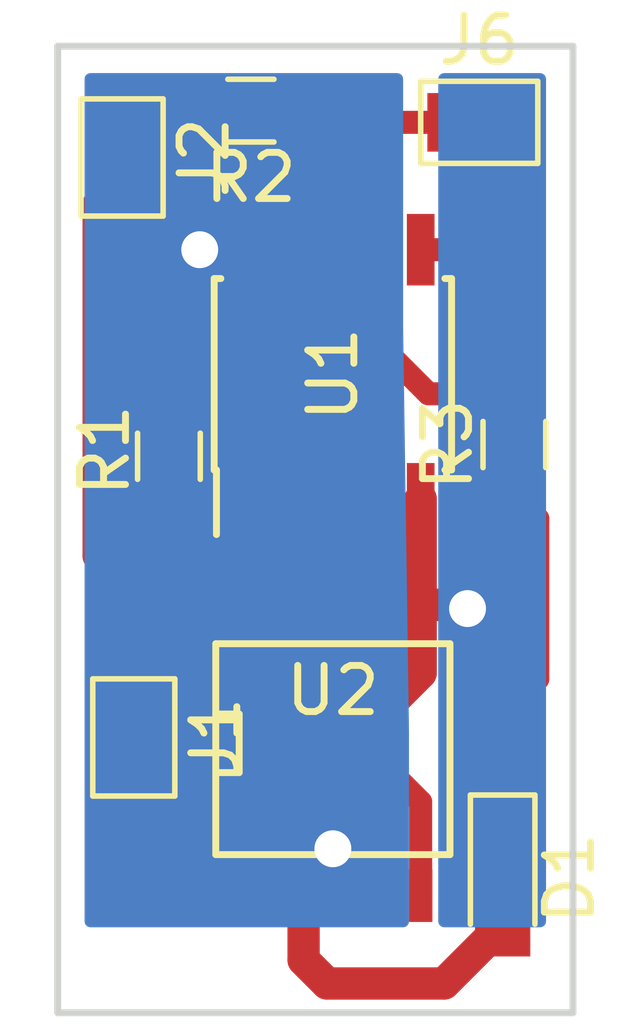
<source format=kicad_pcb>
(kicad_pcb (version 4) (host pcbnew 4.0.6)

  (general
    (links 18)
    (no_connects 0)
    (area 130.702 105.044 144.611 127.381001)
    (thickness 1.6)
    (drawings 4)
    (tracks 56)
    (zones 0)
    (modules 9)
    (nets 13)
  )

  (page A4)
  (layers
    (0 F.Cu signal)
    (31 B.Cu signal)
    (32 B.Adhes user)
    (33 F.Adhes user)
    (34 B.Paste user)
    (35 F.Paste user)
    (36 B.SilkS user)
    (37 F.SilkS user)
    (38 B.Mask user)
    (39 F.Mask user)
    (40 Dwgs.User user)
    (41 Cmts.User user)
    (42 Eco1.User user)
    (43 Eco2.User user)
    (44 Edge.Cuts user)
    (45 Margin user)
    (46 B.CrtYd user)
    (47 F.CrtYd user)
    (48 B.Fab user)
    (49 F.Fab user)
  )

  (setup
    (last_trace_width 0.5)
    (trace_clearance 0.2)
    (zone_clearance 0.508)
    (zone_45_only no)
    (trace_min 0.2)
    (segment_width 0.2)
    (edge_width 0.15)
    (via_size 1.2)
    (via_drill 0.8)
    (via_min_size 0.4)
    (via_min_drill 0.3)
    (uvia_size 0.3)
    (uvia_drill 0.1)
    (uvias_allowed no)
    (uvia_min_size 0.2)
    (uvia_min_drill 0.1)
    (pcb_text_width 0.3)
    (pcb_text_size 1.5 1.5)
    (mod_edge_width 0.15)
    (mod_text_size 1 1)
    (mod_text_width 0.15)
    (pad_size 1.524 1.524)
    (pad_drill 0.762)
    (pad_to_mask_clearance 0.2)
    (aux_axis_origin 0 0)
    (visible_elements 7FFFFFFF)
    (pcbplotparams
      (layerselection 0x01000_00000001)
      (usegerberextensions false)
      (excludeedgelayer false)
      (linewidth 0.100000)
      (plotframeref false)
      (viasonmask false)
      (mode 1)
      (useauxorigin false)
      (hpglpennumber 1)
      (hpglpenspeed 20)
      (hpglpendiameter 15)
      (hpglpenoverlay 2)
      (psnegative false)
      (psa4output false)
      (plotreference true)
      (plotvalue true)
      (plotinvisibletext false)
      (padsonsilk false)
      (subtractmaskfromsilk false)
      (outputformat 3)
      (mirror false)
      (drillshape 2)
      (scaleselection 1)
      (outputdirectory ""))
  )

  (net 0 "")
  (net 1 "Net-(J1-Pad1)")
  (net 2 "Net-(J1-Pad2)")
  (net 3 VCC)
  (net 4 IA)
  (net 5 IB)
  (net 6 GND)
  (net 7 "Net-(D1-Pad1)")
  (net 8 SCK)
  (net 9 MOSI)
  (net 10 MISO)
  (net 11 RST)
  (net 12 "Net-(J2-Pad1)")

  (net_class Default "This is the default net class."
    (clearance 0.2)
    (trace_width 0.5)
    (via_dia 1.2)
    (via_drill 0.8)
    (uvia_dia 0.3)
    (uvia_drill 0.1)
    (add_net IA)
    (add_net IB)
    (add_net MISO)
    (add_net MOSI)
    (add_net "Net-(D1-Pad1)")
    (add_net "Net-(J1-Pad1)")
    (add_net "Net-(J1-Pad2)")
    (add_net "Net-(J2-Pad1)")
    (add_net RST)
    (add_net SCK)
  )

  (net_class POWER ""
    (clearance 0.2)
    (trace_width 0.7)
    (via_dia 1.2)
    (via_drill 0.8)
    (uvia_dia 0.3)
    (uvia_drill 0.1)
    (add_net GND)
    (add_net VCC)
  )

  (module Connectors:GS2 (layer F.Cu) (tedit 586134A1) (tstamp 5900F837)
    (at 133.731 121.158)
    (descr "2-pin solder bridge")
    (tags "solder bridge")
    (path /5900FB97)
    (attr smd)
    (fp_text reference J1 (at 1.78 0 90) (layer F.SilkS)
      (effects (font (size 1 1) (thickness 0.15)))
    )
    (fp_text value SOLENOID (at -1.8 0 90) (layer F.Fab)
      (effects (font (size 1 1) (thickness 0.15)))
    )
    (fp_line (start 1.1 -1.45) (end 1.1 1.5) (layer F.CrtYd) (width 0.05))
    (fp_line (start 1.1 1.5) (end -1.1 1.5) (layer F.CrtYd) (width 0.05))
    (fp_line (start -1.1 1.5) (end -1.1 -1.45) (layer F.CrtYd) (width 0.05))
    (fp_line (start -1.1 -1.45) (end 1.1 -1.45) (layer F.CrtYd) (width 0.05))
    (fp_line (start -0.89 -1.27) (end -0.89 1.27) (layer F.SilkS) (width 0.12))
    (fp_line (start 0.89 1.27) (end 0.89 -1.27) (layer F.SilkS) (width 0.12))
    (fp_line (start 0.89 1.27) (end -0.89 1.27) (layer F.SilkS) (width 0.12))
    (fp_line (start -0.89 -1.27) (end 0.89 -1.27) (layer F.SilkS) (width 0.12))
    (pad 1 smd rect (at 0 -0.64) (size 1.27 0.97) (layers F.Cu F.Paste F.Mask)
      (net 1 "Net-(J1-Pad1)"))
    (pad 2 smd rect (at 0 0.64) (size 1.27 0.97) (layers F.Cu F.Paste F.Mask)
      (net 2 "Net-(J1-Pad2)"))
  )

  (module Resistors_SMD:R_0603_HandSoldering (layer F.Cu) (tedit 5912C569) (tstamp 5900F83D)
    (at 134.493 115.062 270)
    (descr "Resistor SMD 0603, hand soldering")
    (tags "resistor 0603")
    (path /5900F086)
    (attr smd)
    (fp_text reference R1 (at -0.127 1.397 270) (layer F.SilkS)
      (effects (font (size 1 1) (thickness 0.15)))
    )
    (fp_text value 10K (at 0 1.55 270) (layer F.Fab)
      (effects (font (size 1 1) (thickness 0.15)))
    )
    (fp_text user %R (at 0 0 270) (layer F.Fab)
      (effects (font (size 0.5 0.5) (thickness 0.075)))
    )
    (fp_line (start -0.8 0.4) (end -0.8 -0.4) (layer F.Fab) (width 0.1))
    (fp_line (start 0.8 0.4) (end -0.8 0.4) (layer F.Fab) (width 0.1))
    (fp_line (start 0.8 -0.4) (end 0.8 0.4) (layer F.Fab) (width 0.1))
    (fp_line (start -0.8 -0.4) (end 0.8 -0.4) (layer F.Fab) (width 0.1))
    (fp_line (start 0.5 0.68) (end -0.5 0.68) (layer F.SilkS) (width 0.12))
    (fp_line (start -0.5 -0.68) (end 0.5 -0.68) (layer F.SilkS) (width 0.12))
    (fp_line (start -1.96 -0.7) (end 1.95 -0.7) (layer F.CrtYd) (width 0.05))
    (fp_line (start -1.96 -0.7) (end -1.96 0.7) (layer F.CrtYd) (width 0.05))
    (fp_line (start 1.95 0.7) (end 1.95 -0.7) (layer F.CrtYd) (width 0.05))
    (fp_line (start 1.95 0.7) (end -1.96 0.7) (layer F.CrtYd) (width 0.05))
    (pad 1 smd rect (at -1.1 0 270) (size 1.2 0.9) (layers F.Cu F.Paste F.Mask)
      (net 3 VCC))
    (pad 2 smd rect (at 1.1 0 270) (size 1.2 0.9) (layers F.Cu F.Paste F.Mask)
      (net 11 RST))
    (model ${KISYS3DMOD}/Resistors_SMD.3dshapes/R_0603.wrl
      (at (xyz 0 0 0))
      (scale (xyz 1 1 1))
      (rotate (xyz 0 0 0))
    )
  )

  (module Housings_SOIC:SOIC-8_3.9x4.9mm_Pitch1.27mm (layer F.Cu) (tedit 5912C561) (tstamp 5900F849)
    (at 138.049 113.284 90)
    (descr "8-Lead Plastic Small Outline (SN) - Narrow, 3.90 mm Body [SOIC] (see Microchip Packaging Specification 00000049BS.pdf)")
    (tags "SOIC 1.27")
    (path /5900EEC7)
    (attr smd)
    (fp_text reference U1 (at 0 0 90) (layer F.SilkS)
      (effects (font (size 1 1) (thickness 0.15)))
    )
    (fp_text value ATTINY15-1SC (at 0 3.5 90) (layer F.Fab)
      (effects (font (size 1 1) (thickness 0.15)))
    )
    (fp_text user %R (at 0 0 90) (layer F.Fab)
      (effects (font (size 1 1) (thickness 0.15)))
    )
    (fp_line (start -0.95 -2.45) (end 1.95 -2.45) (layer F.Fab) (width 0.1))
    (fp_line (start 1.95 -2.45) (end 1.95 2.45) (layer F.Fab) (width 0.1))
    (fp_line (start 1.95 2.45) (end -1.95 2.45) (layer F.Fab) (width 0.1))
    (fp_line (start -1.95 2.45) (end -1.95 -1.45) (layer F.Fab) (width 0.1))
    (fp_line (start -1.95 -1.45) (end -0.95 -2.45) (layer F.Fab) (width 0.1))
    (fp_line (start -3.73 -2.7) (end -3.73 2.7) (layer F.CrtYd) (width 0.05))
    (fp_line (start 3.73 -2.7) (end 3.73 2.7) (layer F.CrtYd) (width 0.05))
    (fp_line (start -3.73 -2.7) (end 3.73 -2.7) (layer F.CrtYd) (width 0.05))
    (fp_line (start -3.73 2.7) (end 3.73 2.7) (layer F.CrtYd) (width 0.05))
    (fp_line (start -2.075 -2.575) (end -2.075 -2.525) (layer F.SilkS) (width 0.15))
    (fp_line (start 2.075 -2.575) (end 2.075 -2.43) (layer F.SilkS) (width 0.15))
    (fp_line (start 2.075 2.575) (end 2.075 2.43) (layer F.SilkS) (width 0.15))
    (fp_line (start -2.075 2.575) (end -2.075 2.43) (layer F.SilkS) (width 0.15))
    (fp_line (start -2.075 -2.575) (end 2.075 -2.575) (layer F.SilkS) (width 0.15))
    (fp_line (start -2.075 2.575) (end 2.075 2.575) (layer F.SilkS) (width 0.15))
    (fp_line (start -2.075 -2.525) (end -3.475 -2.525) (layer F.SilkS) (width 0.15))
    (pad 1 smd rect (at -2.7 -1.905 90) (size 1.55 0.6) (layers F.Cu F.Paste F.Mask)
      (net 11 RST))
    (pad 2 smd rect (at -2.7 -0.635 90) (size 1.55 0.6) (layers F.Cu F.Paste F.Mask)
      (net 5 IB))
    (pad 3 smd rect (at -2.7 0.635 90) (size 1.55 0.6) (layers F.Cu F.Paste F.Mask)
      (net 4 IA))
    (pad 4 smd rect (at -2.7 1.905 90) (size 1.55 0.6) (layers F.Cu F.Paste F.Mask)
      (net 6 GND))
    (pad 5 smd rect (at 2.7 1.905 90) (size 1.55 0.6) (layers F.Cu F.Paste F.Mask)
      (net 9 MOSI))
    (pad 6 smd rect (at 2.7 0.635 90) (size 1.55 0.6) (layers F.Cu F.Paste F.Mask)
      (net 10 MISO))
    (pad 7 smd rect (at 2.7 -0.635 90) (size 1.55 0.6) (layers F.Cu F.Paste F.Mask)
      (net 8 SCK))
    (pad 8 smd rect (at 2.7 -1.905 90) (size 1.55 0.6) (layers F.Cu F.Paste F.Mask)
      (net 3 VCC))
    (model Housings_SOIC.3dshapes/SOIC-8_3.9x4.9mm_Pitch1.27mm.wrl
      (at (xyz 0 0 0))
      (scale (xyz 1 1 1))
      (rotate (xyz 0 0 0))
    )
  )

  (module SMD_Packages:SOIC-8-N (layer F.Cu) (tedit 0) (tstamp 5900F85C)
    (at 138.049 121.412)
    (descr "Module Narrow CMS SOJ 8 pins large")
    (tags "CMS SOJ")
    (path /5900F432)
    (attr smd)
    (fp_text reference U2 (at 0 -1.27) (layer F.SilkS)
      (effects (font (size 1 1) (thickness 0.15)))
    )
    (fp_text value L9110 (at 0 1.27) (layer F.Fab)
      (effects (font (size 1 1) (thickness 0.15)))
    )
    (fp_line (start -2.54 -2.286) (end 2.54 -2.286) (layer F.SilkS) (width 0.15))
    (fp_line (start 2.54 -2.286) (end 2.54 2.286) (layer F.SilkS) (width 0.15))
    (fp_line (start 2.54 2.286) (end -2.54 2.286) (layer F.SilkS) (width 0.15))
    (fp_line (start -2.54 2.286) (end -2.54 -2.286) (layer F.SilkS) (width 0.15))
    (fp_line (start -2.54 -0.762) (end -2.032 -0.762) (layer F.SilkS) (width 0.15))
    (fp_line (start -2.032 -0.762) (end -2.032 0.508) (layer F.SilkS) (width 0.15))
    (fp_line (start -2.032 0.508) (end -2.54 0.508) (layer F.SilkS) (width 0.15))
    (pad 8 smd rect (at -1.905 -3.175) (size 0.508 1.143) (layers F.Cu F.Paste F.Mask)
      (net 6 GND))
    (pad 7 smd rect (at -0.635 -3.175) (size 0.508 1.143) (layers F.Cu F.Paste F.Mask)
      (net 5 IB))
    (pad 6 smd rect (at 0.635 -3.175) (size 0.508 1.143) (layers F.Cu F.Paste F.Mask)
      (net 4 IA))
    (pad 5 smd rect (at 1.905 -3.175) (size 0.508 1.143) (layers F.Cu F.Paste F.Mask)
      (net 6 GND))
    (pad 4 smd rect (at 1.905 3.175) (size 0.508 1.143) (layers F.Cu F.Paste F.Mask)
      (net 1 "Net-(J1-Pad1)"))
    (pad 3 smd rect (at 0.635 3.175) (size 0.508 1.143) (layers F.Cu F.Paste F.Mask)
      (net 3 VCC))
    (pad 2 smd rect (at -0.635 3.175) (size 0.508 1.143) (layers F.Cu F.Paste F.Mask)
      (net 3 VCC))
    (pad 1 smd rect (at -1.905 3.175) (size 0.508 1.143) (layers F.Cu F.Paste F.Mask)
      (net 2 "Net-(J1-Pad2)"))
    (model SMD_Packages.3dshapes/SOIC-8-N.wrl
      (at (xyz 0 0 0))
      (scale (xyz 0.5 0.38 0.5))
      (rotate (xyz 0 0 0))
    )
  )

  (module LEDs:LED_0805 (layer F.Cu) (tedit 57FE93EC) (tstamp 59020AA9)
    (at 141.732 124.206 270)
    (descr "LED 0805 smd package")
    (tags "LED led 0805 SMD smd SMT smt smdled SMDLED smtled SMTLED")
    (path /59021665)
    (attr smd)
    (fp_text reference D1 (at 0 -1.45 270) (layer F.SilkS)
      (effects (font (size 1 1) (thickness 0.15)))
    )
    (fp_text value LED (at 0 1.55 270) (layer F.Fab)
      (effects (font (size 1 1) (thickness 0.15)))
    )
    (fp_line (start -1.8 -0.7) (end -1.8 0.7) (layer F.SilkS) (width 0.12))
    (fp_line (start -0.4 -0.4) (end -0.4 0.4) (layer F.Fab) (width 0.1))
    (fp_line (start -0.4 0) (end 0.2 -0.4) (layer F.Fab) (width 0.1))
    (fp_line (start 0.2 0.4) (end -0.4 0) (layer F.Fab) (width 0.1))
    (fp_line (start 0.2 -0.4) (end 0.2 0.4) (layer F.Fab) (width 0.1))
    (fp_line (start 1 0.6) (end -1 0.6) (layer F.Fab) (width 0.1))
    (fp_line (start 1 -0.6) (end 1 0.6) (layer F.Fab) (width 0.1))
    (fp_line (start -1 -0.6) (end 1 -0.6) (layer F.Fab) (width 0.1))
    (fp_line (start -1 0.6) (end -1 -0.6) (layer F.Fab) (width 0.1))
    (fp_line (start -1.8 0.7) (end 1 0.7) (layer F.SilkS) (width 0.12))
    (fp_line (start -1.8 -0.7) (end 1 -0.7) (layer F.SilkS) (width 0.12))
    (fp_line (start 1.95 -0.85) (end 1.95 0.85) (layer F.CrtYd) (width 0.05))
    (fp_line (start 1.95 0.85) (end -1.95 0.85) (layer F.CrtYd) (width 0.05))
    (fp_line (start -1.95 0.85) (end -1.95 -0.85) (layer F.CrtYd) (width 0.05))
    (fp_line (start -1.95 -0.85) (end 1.95 -0.85) (layer F.CrtYd) (width 0.05))
    (pad 2 smd rect (at 1.1 0 90) (size 1.2 1.2) (layers F.Cu F.Paste F.Mask)
      (net 3 VCC))
    (pad 1 smd rect (at -1.1 0 90) (size 1.2 1.2) (layers F.Cu F.Paste F.Mask)
      (net 7 "Net-(D1-Pad1)"))
    (model LEDs.3dshapes/LED_0805.wrl
      (at (xyz 0 0 0))
      (scale (xyz 1 1 1))
      (rotate (xyz 0 0 180))
    )
  )

  (module Connectors:GS2 (layer F.Cu) (tedit 586134A1) (tstamp 59020AAF)
    (at 133.477 108.585)
    (descr "2-pin solder bridge")
    (tags "solder bridge")
    (path /59020A74)
    (attr smd)
    (fp_text reference J2 (at 1.78 0 90) (layer F.SilkS)
      (effects (font (size 1 1) (thickness 0.15)))
    )
    (fp_text value Sensor (at -1.8 0 90) (layer F.Fab)
      (effects (font (size 1 1) (thickness 0.15)))
    )
    (fp_line (start 1.1 -1.45) (end 1.1 1.5) (layer F.CrtYd) (width 0.05))
    (fp_line (start 1.1 1.5) (end -1.1 1.5) (layer F.CrtYd) (width 0.05))
    (fp_line (start -1.1 1.5) (end -1.1 -1.45) (layer F.CrtYd) (width 0.05))
    (fp_line (start -1.1 -1.45) (end 1.1 -1.45) (layer F.CrtYd) (width 0.05))
    (fp_line (start -0.89 -1.27) (end -0.89 1.27) (layer F.SilkS) (width 0.12))
    (fp_line (start 0.89 1.27) (end 0.89 -1.27) (layer F.SilkS) (width 0.12))
    (fp_line (start 0.89 1.27) (end -0.89 1.27) (layer F.SilkS) (width 0.12))
    (fp_line (start -0.89 -1.27) (end 0.89 -1.27) (layer F.SilkS) (width 0.12))
    (pad 1 smd rect (at 0 -0.64) (size 1.27 0.97) (layers F.Cu F.Paste F.Mask)
      (net 12 "Net-(J2-Pad1)"))
    (pad 2 smd rect (at 0 0.64) (size 1.27 0.97) (layers F.Cu F.Paste F.Mask)
      (net 6 GND))
  )

  (module Resistors_SMD:R_0603_HandSoldering (layer F.Cu) (tedit 58E0A804) (tstamp 59020ABC)
    (at 136.271 107.569 180)
    (descr "Resistor SMD 0603, hand soldering")
    (tags "resistor 0603")
    (path /59020CBE)
    (attr smd)
    (fp_text reference R2 (at 0 -1.45 180) (layer F.SilkS)
      (effects (font (size 1 1) (thickness 0.15)))
    )
    (fp_text value 1K (at 0 1.55 180) (layer F.Fab)
      (effects (font (size 1 1) (thickness 0.15)))
    )
    (fp_text user %R (at 0 0 180) (layer F.Fab)
      (effects (font (size 0.5 0.5) (thickness 0.075)))
    )
    (fp_line (start -0.8 0.4) (end -0.8 -0.4) (layer F.Fab) (width 0.1))
    (fp_line (start 0.8 0.4) (end -0.8 0.4) (layer F.Fab) (width 0.1))
    (fp_line (start 0.8 -0.4) (end 0.8 0.4) (layer F.Fab) (width 0.1))
    (fp_line (start -0.8 -0.4) (end 0.8 -0.4) (layer F.Fab) (width 0.1))
    (fp_line (start 0.5 0.68) (end -0.5 0.68) (layer F.SilkS) (width 0.12))
    (fp_line (start -0.5 -0.68) (end 0.5 -0.68) (layer F.SilkS) (width 0.12))
    (fp_line (start -1.96 -0.7) (end 1.95 -0.7) (layer F.CrtYd) (width 0.05))
    (fp_line (start -1.96 -0.7) (end -1.96 0.7) (layer F.CrtYd) (width 0.05))
    (fp_line (start 1.95 0.7) (end 1.95 -0.7) (layer F.CrtYd) (width 0.05))
    (fp_line (start 1.95 0.7) (end -1.96 0.7) (layer F.CrtYd) (width 0.05))
    (pad 1 smd rect (at -1.1 0 180) (size 1.2 0.9) (layers F.Cu F.Paste F.Mask)
      (net 8 SCK))
    (pad 2 smd rect (at 1.1 0 180) (size 1.2 0.9) (layers F.Cu F.Paste F.Mask)
      (net 12 "Net-(J2-Pad1)"))
    (model ${KISYS3DMOD}/Resistors_SMD.3dshapes/R_0603.wrl
      (at (xyz 0 0 0))
      (scale (xyz 1 1 1))
      (rotate (xyz 0 0 0))
    )
  )

  (module Resistors_SMD:R_0603_HandSoldering (layer F.Cu) (tedit 58E0A804) (tstamp 59020AC2)
    (at 141.986 114.808 90)
    (descr "Resistor SMD 0603, hand soldering")
    (tags "resistor 0603")
    (path /590216DE)
    (attr smd)
    (fp_text reference R3 (at 0 -1.45 90) (layer F.SilkS)
      (effects (font (size 1 1) (thickness 0.15)))
    )
    (fp_text value 1K (at 0 1.55 90) (layer F.Fab)
      (effects (font (size 1 1) (thickness 0.15)))
    )
    (fp_text user %R (at 0 0 90) (layer F.Fab)
      (effects (font (size 0.5 0.5) (thickness 0.075)))
    )
    (fp_line (start -0.8 0.4) (end -0.8 -0.4) (layer F.Fab) (width 0.1))
    (fp_line (start 0.8 0.4) (end -0.8 0.4) (layer F.Fab) (width 0.1))
    (fp_line (start 0.8 -0.4) (end 0.8 0.4) (layer F.Fab) (width 0.1))
    (fp_line (start -0.8 -0.4) (end 0.8 -0.4) (layer F.Fab) (width 0.1))
    (fp_line (start 0.5 0.68) (end -0.5 0.68) (layer F.SilkS) (width 0.12))
    (fp_line (start -0.5 -0.68) (end 0.5 -0.68) (layer F.SilkS) (width 0.12))
    (fp_line (start -1.96 -0.7) (end 1.95 -0.7) (layer F.CrtYd) (width 0.05))
    (fp_line (start -1.96 -0.7) (end -1.96 0.7) (layer F.CrtYd) (width 0.05))
    (fp_line (start 1.95 0.7) (end 1.95 -0.7) (layer F.CrtYd) (width 0.05))
    (fp_line (start 1.95 0.7) (end -1.96 0.7) (layer F.CrtYd) (width 0.05))
    (pad 1 smd rect (at -1.1 0 90) (size 1.2 0.9) (layers F.Cu F.Paste F.Mask)
      (net 7 "Net-(D1-Pad1)"))
    (pad 2 smd rect (at 1.1 0 90) (size 1.2 0.9) (layers F.Cu F.Paste F.Mask)
      (net 10 MISO))
    (model ${KISYS3DMOD}/Resistors_SMD.3dshapes/R_0603.wrl
      (at (xyz 0 0 0))
      (scale (xyz 1 1 1))
      (rotate (xyz 0 0 0))
    )
  )

  (module Connectors:GS2 (layer F.Cu) (tedit 586134A1) (tstamp 59131BF8)
    (at 141.224 107.823 90)
    (descr "2-pin solder bridge")
    (tags "solder bridge")
    (path /591355CF)
    (attr smd)
    (fp_text reference J6 (at 1.78 0 180) (layer F.SilkS)
      (effects (font (size 1 1) (thickness 0.15)))
    )
    (fp_text value Inp_data (at -1.8 0 180) (layer F.Fab)
      (effects (font (size 1 1) (thickness 0.15)))
    )
    (fp_line (start 1.1 -1.45) (end 1.1 1.5) (layer F.CrtYd) (width 0.05))
    (fp_line (start 1.1 1.5) (end -1.1 1.5) (layer F.CrtYd) (width 0.05))
    (fp_line (start -1.1 1.5) (end -1.1 -1.45) (layer F.CrtYd) (width 0.05))
    (fp_line (start -1.1 -1.45) (end 1.1 -1.45) (layer F.CrtYd) (width 0.05))
    (fp_line (start -0.89 -1.27) (end -0.89 1.27) (layer F.SilkS) (width 0.12))
    (fp_line (start 0.89 1.27) (end 0.89 -1.27) (layer F.SilkS) (width 0.12))
    (fp_line (start 0.89 1.27) (end -0.89 1.27) (layer F.SilkS) (width 0.12))
    (fp_line (start -0.89 -1.27) (end 0.89 -1.27) (layer F.SilkS) (width 0.12))
    (pad 1 smd rect (at 0 -0.64 90) (size 1.27 0.97) (layers F.Cu F.Paste F.Mask)
      (net 10 MISO))
    (pad 2 smd rect (at 0 0.64 90) (size 1.27 0.97) (layers F.Cu F.Paste F.Mask)
      (net 9 MOSI))
  )

  (gr_line (start 132.08 127.127) (end 132.08 106.172) (angle 90) (layer Edge.Cuts) (width 0.15))
  (gr_line (start 143.256 127.127) (end 143.256 106.172) (angle 90) (layer Edge.Cuts) (width 0.15))
  (gr_line (start 143.256 106.172) (end 132.08 106.172) (angle 90) (layer Edge.Cuts) (width 0.15))
  (gr_line (start 143.256 127.127) (end 132.08 127.127) (angle 90) (layer Edge.Cuts) (width 0.15))

  (segment (start 139.954 124.587) (end 139.954 122.555) (width 0.5) (layer F.Cu) (net 1))
  (segment (start 134.869 120.518) (end 133.731 120.518) (width 0.5) (layer F.Cu) (net 1) (tstamp 5912CC6F))
  (segment (start 136.017 121.666) (end 134.869 120.518) (width 0.5) (layer F.Cu) (net 1) (tstamp 5912CC6D))
  (segment (start 139.065 121.666) (end 136.017 121.666) (width 0.5) (layer F.Cu) (net 1) (tstamp 5912CC69))
  (segment (start 139.954 122.555) (end 139.065 121.666) (width 0.5) (layer F.Cu) (net 1) (tstamp 5912CC68))
  (segment (start 136.144 124.587) (end 134.874 124.587) (width 0.5) (layer F.Cu) (net 2))
  (segment (start 133.731 123.444) (end 133.731 121.798) (width 0.5) (layer F.Cu) (net 2) (tstamp 5912CAF4))
  (segment (start 134.874 124.587) (end 133.731 123.444) (width 0.5) (layer F.Cu) (net 2) (tstamp 5912CAF1))
  (segment (start 141.732 125.306) (end 141.648 125.306) (width 0.7) (layer F.Cu) (net 3))
  (segment (start 141.648 125.306) (end 140.462 126.492) (width 0.7) (layer F.Cu) (net 3) (tstamp 59131DF1))
  (segment (start 140.462 126.492) (end 137.922 126.492) (width 0.7) (layer F.Cu) (net 3) (tstamp 59131DF6))
  (segment (start 137.922 126.492) (end 137.414 125.984) (width 0.7) (layer F.Cu) (net 3) (tstamp 59131DF8))
  (segment (start 137.414 125.984) (end 137.414 124.587) (width 0.7) (layer F.Cu) (net 3) (tstamp 59131DFB))
  (segment (start 137.414 124.587) (end 138.049 123.571) (width 0.7) (layer F.Cu) (net 3))
  (via (at 138.049 123.571) (size 1.2) (drill 0.8) (layers F.Cu B.Cu) (net 3))
  (segment (start 137.414 124.587) (end 138.684 124.587) (width 0.7) (layer F.Cu) (net 3))
  (segment (start 136.144 110.584) (end 135.161 110.584) (width 0.7) (layer F.Cu) (net 3))
  (via (at 135.161 110.584) (size 1.2) (drill 0.8) (layers F.Cu B.Cu) (net 3))
  (segment (start 135.161 110.584) (end 135.128 110.617) (width 0.7) (layer B.Cu) (net 3) (tstamp 5912CBE9))
  (segment (start 134.493 111.252) (end 134.493 113.962) (width 0.7) (layer F.Cu) (net 3) (tstamp 5912CBB7))
  (segment (start 135.161 110.584) (end 134.493 111.252) (width 0.7) (layer F.Cu) (net 3) (tstamp 5912CBB1))
  (segment (start 136.06 110.363) (end 136.06 110.668) (width 0.25) (layer F.Cu) (net 3) (status 30))
  (segment (start 138.684 118.237) (end 138.684 115.984) (width 0.5) (layer F.Cu) (net 4))
  (segment (start 137.414 118.237) (end 137.414 115.984) (width 0.5) (layer F.Cu) (net 5))
  (segment (start 133.477 109.225) (end 133.345 109.225) (width 0.7) (layer F.Cu) (net 6) (status C00000))
  (segment (start 133.345 109.225) (end 132.969 109.601) (width 0.7) (layer F.Cu) (net 6) (tstamp 59132617) (status C00000))
  (segment (start 132.969 109.601) (end 132.969 117.221) (width 0.7) (layer F.Cu) (net 6) (tstamp 59132618) (status 400000))
  (segment (start 132.969 117.221) (end 133.985 118.237) (width 0.7) (layer F.Cu) (net 6) (tstamp 59132619))
  (segment (start 133.985 118.237) (end 136.144 118.237) (width 0.7) (layer F.Cu) (net 6) (tstamp 5913261A) (status 800000))
  (segment (start 139.954 118.237) (end 140.97 118.364) (width 0.7) (layer F.Cu) (net 6))
  (via (at 140.97 118.364) (size 1.2) (drill 0.8) (layers F.Cu B.Cu) (net 6))
  (segment (start 139.954 115.984) (end 139.954 118.237) (width 0.7) (layer F.Cu) (net 6))
  (segment (start 136.144 118.237) (end 136.144 119.761) (width 0.7) (layer F.Cu) (net 6))
  (segment (start 139.954 119.761) (end 139.954 118.237) (width 0.7) (layer F.Cu) (net 6) (tstamp 5912CB0F))
  (segment (start 139.446 120.269) (end 139.954 119.761) (width 0.7) (layer F.Cu) (net 6) (tstamp 5912CB0B))
  (segment (start 136.652 120.269) (end 139.446 120.269) (width 0.7) (layer F.Cu) (net 6) (tstamp 5912CB09))
  (segment (start 136.144 119.761) (end 136.652 120.269) (width 0.7) (layer F.Cu) (net 6) (tstamp 5912CB03))
  (segment (start 141.732 123.106) (end 141.732 120.65) (width 0.5) (layer F.Cu) (net 7))
  (segment (start 142.494 116.416) (end 141.986 115.908) (width 0.5) (layer F.Cu) (net 7) (tstamp 59131DE3))
  (segment (start 142.494 119.888) (end 142.494 116.416) (width 0.5) (layer F.Cu) (net 7) (tstamp 59131DE0))
  (segment (start 141.732 120.65) (end 142.494 119.888) (width 0.5) (layer F.Cu) (net 7) (tstamp 59131DDF))
  (segment (start 137.371 107.569) (end 137.371 110.541) (width 0.5) (layer F.Cu) (net 8) (status C00000))
  (segment (start 137.371 110.541) (end 137.414 110.584) (width 0.5) (layer F.Cu) (net 8) (tstamp 5913261D) (status C00000))
  (segment (start 139.954 110.584) (end 141.003 110.584) (width 0.5) (layer F.Cu) (net 9))
  (segment (start 141.864 109.723) (end 141.864 107.823) (width 0.5) (layer F.Cu) (net 9) (tstamp 591325EA))
  (segment (start 141.003 110.584) (end 141.864 109.723) (width 0.5) (layer F.Cu) (net 9) (tstamp 591325E9))
  (segment (start 140.584 107.823) (end 139.319 107.823) (width 0.5) (layer F.Cu) (net 10))
  (segment (start 138.684 108.458) (end 138.684 110.584) (width 0.5) (layer F.Cu) (net 10) (tstamp 591325EE))
  (segment (start 139.319 107.823) (end 138.684 108.458) (width 0.5) (layer F.Cu) (net 10) (tstamp 591325ED))
  (segment (start 138.684 110.584) (end 138.684 112.268) (width 0.5) (layer F.Cu) (net 10))
  (segment (start 140.124 113.708) (end 141.986 113.708) (width 0.5) (layer F.Cu) (net 10) (tstamp 59131DBE))
  (segment (start 138.684 112.268) (end 140.124 113.708) (width 0.5) (layer F.Cu) (net 10) (tstamp 59131DBB))
  (segment (start 134.493 116.162) (end 135.966 116.162) (width 0.5) (layer F.Cu) (net 11))
  (segment (start 135.966 116.162) (end 136.144 115.984) (width 0.5) (layer F.Cu) (net 11) (tstamp 5912CC26))
  (segment (start 135.171 107.569) (end 133.853 107.569) (width 0.5) (layer F.Cu) (net 12) (status C00000))
  (segment (start 133.853 107.569) (end 133.477 107.945) (width 0.5) (layer F.Cu) (net 12) (tstamp 59132614) (status C00000))

  (zone (net 3) (net_name VCC) (layer B.Cu) (tstamp 5912C8A1) (hatch edge 0.508)
    (connect_pads (clearance 0.508))
    (min_thickness 0.254)
    (fill yes (arc_segments 16) (thermal_gap 0.508) (thermal_bridge_width 0.508))
    (polygon
      (pts
        (xy 139.573 112.268) (xy 139.7 121.031) (xy 139.7 127.381) (xy 131.953 127.381) (xy 131.699 105.918)
        (xy 139.573 105.918)
      )
    )
    (filled_polygon
      (pts
        (xy 139.446 112.268) (xy 139.446013 112.26984) (xy 139.573 121.031943) (xy 139.573 125.147) (xy 132.79 125.147)
        (xy 132.79 106.882) (xy 139.446 106.882)
      )
    )
  )
  (zone (net 6) (net_name GND) (layer B.Cu) (tstamp 5912C97D) (hatch edge 0.508)
    (connect_pads (clearance 0.508))
    (min_thickness 0.254)
    (fill yes (arc_segments 16) (thermal_gap 0.508) (thermal_bridge_width 0.508))
    (polygon
      (pts
        (xy 143.51 127.254) (xy 140.335 127.254) (xy 140.335 113.03) (xy 140.335 113.03) (xy 140.335 105.918)
        (xy 143.51 105.918)
      )
    )
    (filled_polygon
      (pts
        (xy 142.546 125.147) (xy 140.462 125.147) (xy 140.462 106.882) (xy 142.546 106.882)
      )
    )
  )
)

</source>
